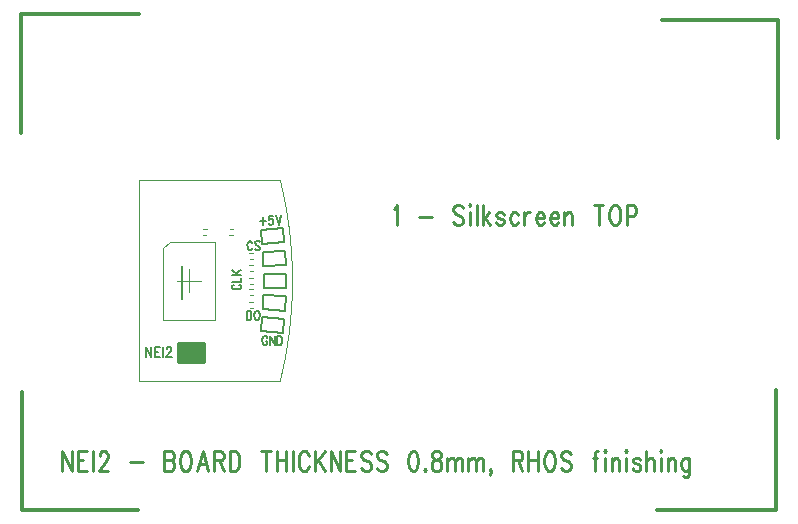
<source format=gbr>
*
*
G04 PADS 9.3 Build Number: 433611 generated Gerber (RS-274-X) file*
G04 PC Version=2.1*
*
%IN "NEI2_2.pcb"*%
*
%MOIN*%
*
%FSLAX35Y35*%
*
*
*
*
G04 PC Standard Apertures*
*
*
G04 Thermal Relief Aperture macro.*
%AMTER*
1,1,$1,0,0*
1,0,$1-$2,0,0*
21,0,$3,$4,0,0,45*
21,0,$3,$4,0,0,135*
%
*
*
G04 Annular Aperture macro.*
%AMANN*
1,1,$1,0,0*
1,0,$2,0,0*
%
*
*
G04 Odd Aperture macro.*
%AMODD*
1,1,$1,0,0*
1,0,$1-0.005,0,0*
%
*
*
G04 PC Custom Aperture Macros*
*
*
*
*
*
*
G04 PC Aperture Table*
*
%ADD010C,0.00394*%
%ADD012C,0.004*%
%ADD013C,0.005*%
%ADD014C,0.00591*%
%ADD016C,0.01*%
%ADD028C,0.001*%
%ADD037C,0.01181*%
%ADD052C,0.00787*%
%ADD067C,0.00984*%
*
*
*
*
G04 PC Circuitry*
G04 Layer Name NEI2_2.pcb - circuitry*
%LPD*%
*
*
G04 PC Custom Flashes*
G04 Layer Name NEI2_2.pcb - flashes*
%LPD*%
*
*
G04 PC Circuitry*
G04 Layer Name NEI2_2.pcb - circuitry*
%LPD*%
*
G54D10*
G01X50235Y89941D02*
X47992Y87698D01*
Y63957*
X65472*
Y89941*
X50235*
X52756Y76949D02*
X60630D01*
X56693Y80886D02*
Y73012D01*
X40157Y110433D02*
X87125D01*
X87111Y43450D02*
G75*
G03Y110487I-135443J33519D01*
G01X87125Y43504D02*
X40157D01*
Y110433*
G54D12*
X71224Y92323D02*
X70102D01*
X71201Y94291D02*
X70197D01*
X61453D02*
X62575D01*
X61476Y92323D02*
X62480D01*
X76807Y82283D02*
X77929D01*
X76831Y80315D02*
X77835D01*
X76807Y74213D02*
X77929D01*
X76831Y72244D02*
X77835D01*
X76807Y86220D02*
X77929D01*
X76831Y84252D02*
X77835D01*
X76807Y77953D02*
X77929D01*
X76831Y75984D02*
X77835D01*
X76807Y69882D02*
X77929D01*
X76831Y67913D02*
X77835D01*
G54D13*
X80987Y89043D02*
X80493Y93742D01*
X87933Y94524*
X88426Y89825*
X80987Y89043*
X81431Y81831D02*
X81183Y86549D01*
X88653Y86941*
X88901Y82223*
X81431Y81831*
X81496Y74606D02*
Y79331D01*
X88976*
Y74606*
X81496*
X81183Y67388D02*
X81431Y72106D01*
X88901Y71714*
X88653Y66996*
X81183Y67388*
X80493Y60195D02*
X80987Y64894D01*
X88426Y64112*
X87933Y59413*
X80493Y60195*
G54D14*
X54236Y81673D02*
Y70923D01*
X75984Y63829D02*
Y66929D01*
Y63829D02*
X76736D01*
X77058Y63976*
X77273Y64272*
X77380Y64567*
X77487Y65010*
Y65748*
X77380Y66191*
X77273Y66486*
X77058Y66781*
X76736Y66929*
X75984*
X79098Y63829D02*
X78883Y63976D01*
X78669Y64272*
X78561Y64567*
X78454Y65010*
Y65748*
X78561Y66191*
X78669Y66486*
X78883Y66781*
X79098Y66929*
X79528*
X79742Y66781*
X79957Y66486*
X80064Y66191*
X80172Y65748*
Y65010*
X80064Y64567*
X79957Y64272*
X79742Y63976*
X79528Y63829*
X79098*
X77750Y89398D02*
X77638Y89691D01*
X77418Y89983*
X77201Y90127*
X76771Y90119*
X76559Y89968*
X76349Y89669*
X76247Y89372*
X76148Y88927*
X76160Y88189*
X76276Y87748*
X76388Y87454*
X76608Y87163*
X76825Y87019*
X77255Y87027*
X77467Y87178*
X77676Y87477*
X77779Y87774*
X80214Y89736D02*
X79994Y90028D01*
X79670Y90170*
X79240Y90162*
X78921Y90009*
X78711Y89710*
X78716Y89415*
X78829Y89121*
X78939Y88976*
X79156Y88832*
X79805Y88548*
X80023Y88404*
X80133Y88258*
X80245Y87965*
X80253Y87522*
X80043Y87223*
X79724Y87070*
X79294Y87062*
X78970Y87204*
X78750Y87496*
X71654Y75626D02*
X71358Y75519D01*
X71063Y75304*
X70915Y75089*
Y74660*
X71063Y74445*
X71358Y74230*
X71654Y74123*
X72096Y74016*
X72835*
X73278Y74123*
X73573Y74230*
X73868Y74445*
X74016Y74660*
Y75089*
X73868Y75304*
X73573Y75519*
X73278Y75626*
X70915Y76593D02*
X74016D01*
Y77881*
X70915Y78848D02*
X74016D01*
X70915Y80351D02*
X72982Y78848D01*
X72244Y79384D02*
X74016Y80351D01*
X81235Y98146D02*
X81281Y95489D01*
X80292Y96801D02*
X82224Y96835D01*
X84555Y98647D02*
X83482Y98629D01*
X83397Y97298*
X83502Y97448*
X83822Y97601*
X84144Y97607*
X84468Y97465*
X84688Y97173*
X84803Y96732*
X84701Y96435*
X84601Y95990*
X84392Y95691*
X84072Y95538*
X83750Y95532*
X83426Y95674*
X83316Y95820*
X83203Y96113*
X85736Y98668D02*
X86649Y95583D01*
X87454Y98698D02*
X86649Y95583D01*
X82713Y57874D02*
X82606Y58169D01*
X82391Y58465*
X82176Y58612*
X81747*
X81532Y58465*
X81317Y58169*
X81210Y57874*
X81102Y57431*
Y56693*
X81210Y56250*
X81317Y55955*
X81532Y55659*
X81747Y55512*
X82176*
X82391Y55659*
X82606Y55955*
X82713Y56250*
Y56693*
X82176D02*
X82713D01*
X83679Y58612D02*
Y55512D01*
Y58612D02*
X85183Y55512D01*
Y58612D02*
Y55512D01*
X86149Y58612D02*
Y55512D01*
Y58612D02*
X86901D01*
X86901D02*
X87223Y58465D01*
X87437Y58169*
X87545Y57874*
X87652Y57431*
Y56693*
X87545Y56250*
X87437Y55955*
X87223Y55659*
X86901Y55512*
X86901D02*
X86149D01*
G54D16*
X125000Y100785D02*
X125455Y101097D01*
X126136Y102035*
Y95472*
X133409Y98285D02*
X137500D01*
X147955Y101097D02*
X147500Y101722D01*
X146818Y102035*
X145909*
X145227Y101722*
X144773Y101097*
Y100472*
X145000Y99847*
X145227Y99535*
X145682Y99222*
X147045Y98597*
X147500Y98285*
X147727Y97972*
X147955Y97347*
Y96410*
X147500Y95785*
X146818Y95472*
X145909*
X145227Y95785*
X144773Y96410*
X150000Y102035D02*
X150227Y101722D01*
X150455Y102035*
X150227Y102347*
X150000Y102035*
X150227Y99847D02*
Y95472D01*
X152500Y102035D02*
Y95472D01*
X154545Y102035D02*
Y95472D01*
X156818Y99847D02*
X154545Y96722D01*
X155455Y97972D02*
X157045Y95472D01*
X161591Y98910D02*
X161364Y99535D01*
X160682Y99847*
X160000*
X159318Y99535*
X159091Y98910*
X159318Y98285*
X159773Y97972*
X160909Y97660*
X161364Y97347*
X161591Y96722*
Y96410*
X161364Y95785*
X160682Y95472*
X160000*
X159318Y95785*
X159091Y96410*
X166364Y98910D02*
X165909Y99535D01*
X165455Y99847*
X164773*
X164318Y99535*
X163864Y98910*
X163636Y97972*
Y97347*
X163864Y96410*
X164318Y95785*
X164773Y95472*
X165455*
X165909Y95785*
X166364Y96410*
X168409Y99847D02*
Y95472D01*
Y97972D02*
X168636Y98910D01*
X169091Y99535*
X169545Y99847*
X170227*
X172273Y97972D02*
X175000D01*
Y98597*
X174773Y99222*
X174545Y99535*
X174091Y99847*
X173409*
X172955Y99535*
X172500Y98910*
X172273Y97972*
Y97347*
X172500Y96410*
X172955Y95785*
X173409Y95472*
X174091*
X174545Y95785*
X175000Y96410*
X177045Y97972D02*
X179773D01*
Y98597*
X179545Y99222*
X179318Y99535*
X178864Y99847*
X178182*
X177727Y99535*
X177273Y98910*
X177045Y97972*
Y97347*
X177273Y96410*
X177727Y95785*
X178182Y95472*
X178864*
X179318Y95785*
X179773Y96410*
X181818Y99847D02*
Y95472D01*
Y98597D02*
X182500Y99535D01*
X182955Y99847*
X183636*
X184091Y99535*
X184318Y98597*
Y95472*
X193182Y102035D02*
Y95472D01*
X191591Y102035D02*
X194773D01*
X198182D02*
X197727Y101722D01*
X197273Y101097*
X197045Y100472*
X196818Y99535*
Y97972*
X197045Y97035*
X197273Y96410*
X197727Y95785*
X198182Y95472*
X199091*
X199545Y95785*
X200000Y96410*
X200227Y97035*
X200455Y97972*
Y99535*
X200227Y100472*
X200000Y101097*
X199545Y101722*
X199091Y102035*
X198182*
X202500D02*
Y95472D01*
Y102035D02*
X204545D01*
X205227Y101722*
X205455Y101410*
X205682Y100785*
Y99847*
X205455Y99222*
X205227Y98910*
X204545Y98597*
X202500*
X14370Y20145D02*
Y13583D01*
Y20145D02*
X17552Y13583D01*
Y20145D02*
Y13583D01*
X19597Y20145D02*
Y13583D01*
Y20145D02*
X22552D01*
X19597Y17020D02*
X21416D01*
X19597Y13583D02*
X22552D01*
X24597Y20145D02*
Y13583D01*
X26870Y18583D02*
Y18895D01*
X27097Y19520*
X27325Y19833*
X27779Y20145*
X28688*
X29143Y19833*
X29370Y19520*
X29597Y18895*
Y18270*
X29370Y17645*
X28916Y16708*
X26643Y13583*
X29825*
X37097Y16395D02*
X41188D01*
X48461Y20145D02*
Y13583D01*
Y20145D02*
X50506D01*
X51188Y19833*
X51416Y19520*
X51643Y18895*
Y18270*
X51416Y17645*
X51188Y17333*
X50506Y17020*
X48461D02*
X50506D01*
X51188Y16708*
X51416Y16395*
X51643Y15770*
Y14833*
X51416Y14208*
X51188Y13895*
X50506Y13583*
X48461*
X55052Y20145D02*
X54597Y19833D01*
X54143Y19208*
X53916Y18583*
X53688Y17645*
Y16083*
X53916Y15145*
X54143Y14520*
X54597Y13895*
X55052Y13583*
X55961*
X56416Y13895*
X56870Y14520*
X57097Y15145*
X57325Y16083*
Y17645*
X57097Y18583*
X56870Y19208*
X56416Y19833*
X55961Y20145*
X55052*
X61188D02*
X59370Y13583D01*
X61188Y20145D02*
X63006Y13583D01*
X60052Y15770D02*
X62325D01*
X65052Y20145D02*
Y13583D01*
Y20145D02*
X67097D01*
X67779Y19833*
X68006Y19520*
X68234Y18895*
Y18270*
X68006Y17645*
X67779Y17333*
X67097Y17020*
X65052*
X66643D02*
X68234Y13583D01*
X70279Y20145D02*
Y13583D01*
Y20145D02*
X71870D01*
X72552Y19833*
X73006Y19208*
X73234Y18583*
X73461Y17645*
Y16083*
X73234Y15145*
X73006Y14520*
X72552Y13895*
X71870Y13583*
X70279*
X82325Y20145D02*
Y13583D01*
X80734Y20145D02*
X83916D01*
X85961D02*
Y13583D01*
X89143Y20145D02*
Y13583D01*
X85961Y17020D02*
X89143D01*
X91188Y20145D02*
Y13583D01*
X96643Y18583D02*
X96416Y19208D01*
X95961Y19833*
X95506Y20145*
X94597*
X94143Y19833*
X93688Y19208*
X93461Y18583*
X93234Y17645*
Y16083*
X93461Y15145*
X93688Y14520*
X94143Y13895*
X94597Y13583*
X95506*
X95961Y13895*
X96416Y14520*
X96643Y15145*
X98688Y20145D02*
Y13583D01*
X101870Y20145D02*
X98688Y15770D01*
X99825Y17333D02*
X101870Y13583D01*
X103916Y20145D02*
Y13583D01*
Y20145D02*
X107097Y13583D01*
Y20145D02*
Y13583D01*
X109143Y20145D02*
Y13583D01*
Y20145D02*
X112097D01*
X109143Y17020D02*
X110961D01*
X109143Y13583D02*
X112097D01*
X117325Y19208D02*
X116870Y19833D01*
X116188Y20145*
X115279*
X114597Y19833*
X114143Y19208*
Y18583*
X114370Y17958*
X114597Y17645*
X115052Y17333*
X116416Y16708*
X116870Y16395*
X117097Y16083*
X117325Y15458*
Y14520*
X116870Y13895*
X116188Y13583*
X115279*
X114597Y13895*
X114143Y14520*
X122552Y19208D02*
X122097Y19833D01*
X121416Y20145*
X120506*
X119825Y19833*
X119370Y19208*
Y18583*
X119597Y17958*
X119825Y17645*
X120279Y17333*
X121643Y16708*
X122097Y16395*
X122325Y16083*
X122552Y15458*
Y14520*
X122097Y13895*
X121416Y13583*
X120506*
X119825Y13895*
X119370Y14520*
X131188Y20145D02*
X130506Y19833D01*
X130052Y18895*
X129825Y17333*
Y16395*
X130052Y14833*
X130506Y13895*
X131188Y13583*
X131643*
X132325Y13895*
X132779Y14833*
X133006Y16395*
Y17333*
X132779Y18895*
X132325Y19833*
X131643Y20145*
X131188*
X135279Y14208D02*
X135052Y13895D01*
X135279Y13583*
X135506Y13895*
X135279Y14208*
X138688Y20145D02*
X138006Y19833D01*
X137779Y19208*
Y18583*
X138006Y17958*
X138461Y17645*
X139370Y17333*
X140052Y17020*
X140506Y16395*
X140734Y15770*
Y14833*
X140506Y14208*
X140279Y13895*
X139597Y13583*
X138688*
X138006Y13895*
X137779Y14208*
X137552Y14833*
Y15770*
X137779Y16395*
X138234Y17020*
X138916Y17333*
X139825Y17645*
X140279Y17958*
X140506Y18583*
Y19208*
X140279Y19833*
X139597Y20145*
X138688*
X142779Y17958D02*
Y13583D01*
Y16708D02*
X143461Y17645D01*
X143916Y17958*
X144597*
X145052Y17645*
X145279Y16708*
Y13583*
Y16708D02*
X145961Y17645D01*
X146416Y17958*
X147097*
X147552Y17645*
X147779Y16708*
Y13583*
X149825Y17958D02*
Y13583D01*
Y16708D02*
X150506Y17645D01*
X150961Y17958*
X151643*
X152097Y17645*
X152325Y16708*
Y13583*
Y16708D02*
X153006Y17645D01*
X153461Y17958*
X154143*
X154597Y17645*
X154825Y16708*
Y13583*
X157325Y13895D02*
X157097Y13583D01*
X156870Y13895*
X157097Y14208*
X157325Y13895*
Y13270*
X157097Y12645*
X156870Y12333*
X164597Y20145D02*
Y13583D01*
Y20145D02*
X166643D01*
X167325Y19833*
X167552Y19520*
X167779Y18895*
Y18270*
X167552Y17645*
X167325Y17333*
X166643Y17020*
X164597*
X166188D02*
X167779Y13583D01*
X169825Y20145D02*
Y13583D01*
X173006Y20145D02*
Y13583D01*
X169825Y17020D02*
X173006D01*
X176416Y20145D02*
X175961Y19833D01*
X175506Y19208*
X175279Y18583*
X175052Y17645*
Y16083*
X175279Y15145*
X175506Y14520*
X175961Y13895*
X176416Y13583*
X177325*
X177779Y13895*
X178234Y14520*
X178461Y15145*
X178688Y16083*
Y17645*
X178461Y18583*
X178234Y19208*
X177779Y19833*
X177325Y20145*
X176416*
X183916Y19208D02*
X183461Y19833D01*
X182779Y20145*
X181870*
X181188Y19833*
X180734Y19208*
Y18583*
X180961Y17958*
X181188Y17645*
X181643Y17333*
X183006Y16708*
X183461Y16395*
X183688Y16083*
X183916Y15458*
Y14520*
X183461Y13895*
X182779Y13583*
X181870*
X181188Y13895*
X180734Y14520*
X193006Y20145D02*
X192552D01*
X192097Y19833*
X191870Y18895*
Y13583*
X191188Y17958D02*
X192779D01*
X195052Y20145D02*
X195279Y19833D01*
X195506Y20145*
X195279Y20458*
X195052Y20145*
X195279Y17958D02*
Y13583D01*
X197552Y17958D02*
Y13583D01*
Y16708D02*
X198234Y17645D01*
X198688Y17958*
X199370*
X199825Y17645*
X200052Y16708*
Y13583*
X202097Y20145D02*
X202325Y19833D01*
X202552Y20145*
X202325Y20458*
X202097Y20145*
X202325Y17958D02*
Y13583D01*
X207097Y17020D02*
X206870Y17645D01*
X206188Y17958*
X205506*
X204825Y17645*
X204597Y17020*
X204825Y16395*
X205279Y16083*
X206416Y15770*
X206870Y15458*
X207097Y14833*
Y14520*
X206870Y13895*
X206188Y13583*
X205506*
X204825Y13895*
X204597Y14520*
X209143Y20145D02*
Y13583D01*
Y16708D02*
X209825Y17645D01*
X210279Y17958*
X210961*
X211416Y17645*
X211643Y16708*
Y13583*
X213688Y20145D02*
X213916Y19833D01*
X214143Y20145*
X213916Y20458*
X213688Y20145*
X213916Y17958D02*
Y13583D01*
X216188Y17958D02*
Y13583D01*
Y16708D02*
X216870Y17645D01*
X217325Y17958*
X218006*
X218461Y17645*
X218688Y16708*
Y13583*
X223461Y17958D02*
Y12958D01*
X223234Y12020*
X223006Y11708*
X222552Y11395*
X221870*
X221416Y11708*
X223461Y17020D02*
X223006Y17645D01*
X222552Y17958*
X221870*
X221416Y17645*
X220961Y17020*
X220734Y16083*
Y15458*
X220961Y14520*
X221416Y13895*
X221870Y13583*
X222552*
X223006Y13895*
X223461Y14520*
G54D28*
G54D37*
X591Y126181D02*
Y165551D01*
Y165945D02*
X39961D01*
X214370Y163976D02*
X252953D01*
Y124606*
X984Y39961D02*
Y591D01*
X39567*
X252165Y40354D02*
Y591D01*
X212795*
G54D52*
X42323Y54995D02*
Y51378D01*
Y54995D02*
X44077Y51378D01*
Y54995D02*
Y51378D01*
X45204Y54995D02*
Y51378D01*
Y54995D02*
X46832D01*
X45204Y53273D02*
X46206D01*
X45204Y51378D02*
X46832D01*
X47960Y54995D02*
Y51378D01*
X49213Y54134D02*
Y54306D01*
X49338Y54651*
X49463Y54823*
X49714Y54995*
X50215*
X50465Y54823*
X50591Y54651*
X50716Y54306*
Y53962*
X50591Y53617*
X50340Y53100*
X49087Y51378*
X50841*
G54D67*
X52854Y56004D02*
Y49902D01*
X61516*
Y56004*
X52854*
Y55900D02*
X61516D01*
X52854Y54900D02*
X61516D01*
X52854Y53900D02*
X61516D01*
X52854Y52900D02*
X61516D01*
X52854Y51900D02*
X61516D01*
X52854Y50900D02*
X61516D01*
X60854Y49902D02*
Y56004D01*
X59854Y49902D02*
Y56004D01*
X58854Y49902D02*
Y56004D01*
X57854Y49902D02*
Y56004D01*
X56854Y49902D02*
Y56004D01*
X55854Y49902D02*
Y56004D01*
X54854Y49902D02*
Y56004D01*
X53854Y49902D02*
Y56004D01*
G74*
X0Y0D02*
M02*

</source>
